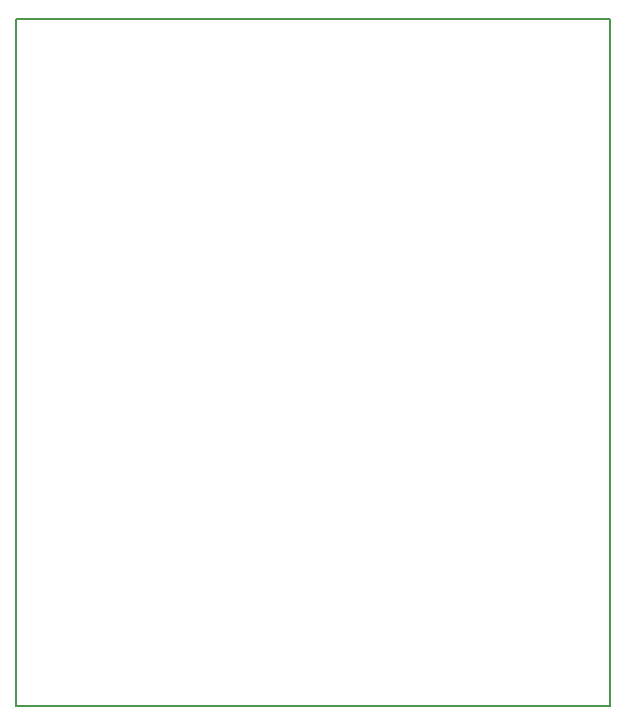
<source format=gbr>
%TF.GenerationSoftware,KiCad,Pcbnew,(6.0.7-1)-1*%
%TF.CreationDate,2022-09-01T10:05:59+09:00*%
%TF.ProjectId,Battery,42617474-6572-4792-9e6b-696361645f70,rev?*%
%TF.SameCoordinates,Original*%
%TF.FileFunction,Profile,NP*%
%FSLAX46Y46*%
G04 Gerber Fmt 4.6, Leading zero omitted, Abs format (unit mm)*
G04 Created by KiCad (PCBNEW (6.0.7-1)-1) date 2022-09-01 10:05:59*
%MOMM*%
%LPD*%
G01*
G04 APERTURE LIST*
%TA.AperFunction,Profile*%
%ADD10C,0.200000*%
%TD*%
G04 APERTURE END LIST*
D10*
X149860000Y-142748000D02*
X149860000Y-84582000D01*
X200152000Y-142748000D02*
X149860000Y-142748000D01*
X200152000Y-84582000D02*
X200152000Y-142748000D01*
X149860000Y-84582000D02*
X200152000Y-84582000D01*
M02*

</source>
